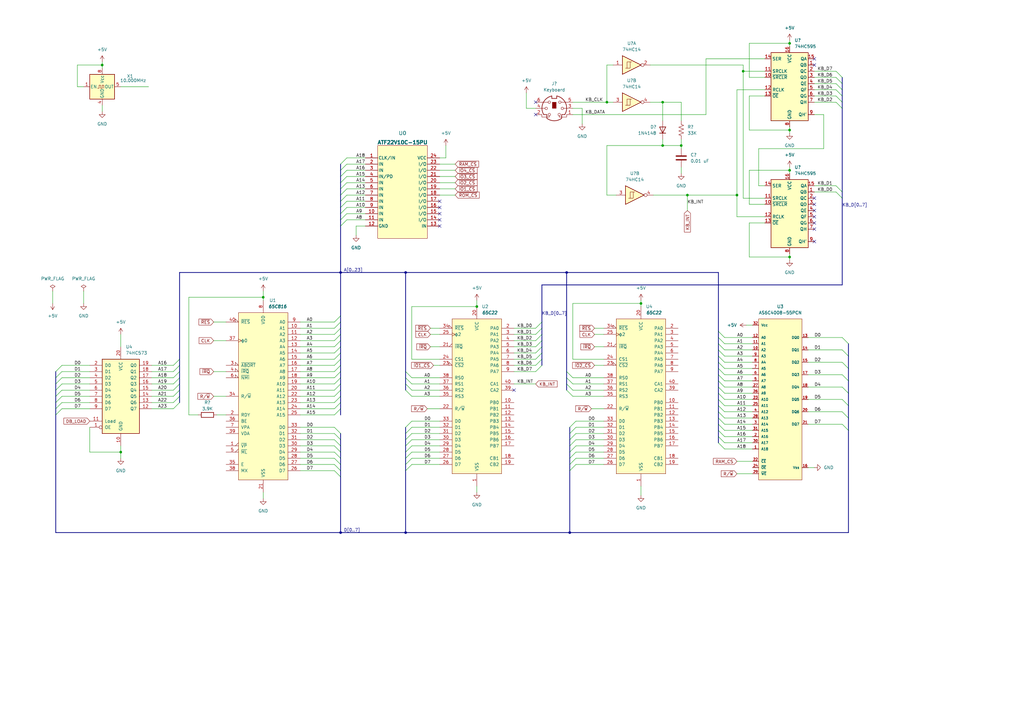
<source format=kicad_sch>
(kicad_sch (version 20211123) (generator eeschema)
  (paper "A3")
  (title_block (title "65816") (date "2022-03-20") (rev "v1") (company "Alexander Hansen"))
  (junction (at 279.4 59.69))
  (junction (at 166.37 218.44))
  (junction (at 41.91 26.67))
  (junction (at 302.26 80.01))
  (junction (at 271.78 59.69))
  (junction (at 233.68 218.44))
  (junction (at 49.53 185.42))
  (junction (at 323.85 17.78))
  (junction (at 323.85 105.41))
  (junction (at 281.94 80.01))
  (junction (at 139.7 218.44))
  (junction (at 271.78 41.91))
  (junction (at 323.85 53.34))
  (junction (at 107.95 121.92))
  (junction (at 304.8 29.21))
  (junction (at 262.89 124.46))
  (junction (at 232.41 111.76))
  (junction (at 166.37 111.76))
  (junction (at 195.58 125.73))
  (junction (at 323.85 69.85))
  (junction (at 139.7 111.76))
  (junction (at 248.92 41.91))
  (no_connect (at 219.71 46.99))
  (no_connect (at 219.71 41.91))
  (no_connect (at 334.01 91.44))
  (no_connect (at 334.01 24.13))
  (no_connect (at 334.01 93.98))
  (no_connect (at 334.01 83.82))
  (no_connect (at 334.01 88.9))
  (no_connect (at 334.01 99.06))
  (no_connect (at 210.82 160.02))
  (no_connect (at 334.01 86.36))
  (no_connect (at 334.01 26.67))
  (no_connect (at 334.01 81.28))
  (no_connect (at 180.34 82.55))
  (no_connect (at 180.34 85.09))
  (no_connect (at 180.34 87.63))
  (no_connect (at 180.34 90.17))
  (no_connect (at 180.34 92.71))
  (bus_entry (at 166.37 157.48) (size 2.54 2.54))
  (bus_entry (at 166.37 160.02) (size 2.54 2.54))
  (bus_entry (at 166.37 152.4) (size 2.54 2.54))
  (bus_entry (at 166.37 154.94) (size 2.54 2.54))
  (bus_entry (at 345.44 138.43) (size 2.54 2.54))
  (bus_entry (at 233.68 185.42) (size 2.54 -2.54))
  (bus_entry (at 294.64 146.05) (size 2.54 2.54))
  (bus_entry (at 22.86 167.64) (size 2.54 -2.54))
  (bus_entry (at 71.12 167.64) (size 2.54 -2.54))
  (bus_entry (at 22.86 160.02) (size 2.54 -2.54))
  (bus_entry (at 22.86 170.18) (size 2.54 -2.54))
  (bus_entry (at 22.86 162.56) (size 2.54 -2.54))
  (bus_entry (at 345.44 173.99) (size 2.54 2.54))
  (bus_entry (at 233.68 187.96) (size 2.54 -2.54))
  (bus_entry (at 71.12 157.48) (size 2.54 -2.54))
  (bus_entry (at 294.64 153.67) (size 2.54 2.54))
  (bus_entry (at 233.68 182.88) (size 2.54 -2.54))
  (bus_entry (at 294.64 163.83) (size 2.54 2.54))
  (bus_entry (at 232.41 160.02) (size 2.54 2.54))
  (bus_entry (at 294.64 151.13) (size 2.54 2.54))
  (bus_entry (at 166.37 180.34) (size 2.54 -2.54))
  (bus_entry (at 166.37 182.88) (size 2.54 -2.54))
  (bus_entry (at 166.37 185.42) (size 2.54 -2.54))
  (bus_entry (at 166.37 187.96) (size 2.54 -2.54))
  (bus_entry (at 166.37 193.04) (size 2.54 -2.54))
  (bus_entry (at 166.37 190.5) (size 2.54 -2.54))
  (bus_entry (at 345.44 158.75) (size 2.54 2.54))
  (bus_entry (at 294.64 168.91) (size 2.54 2.54))
  (bus_entry (at 233.68 175.26) (size 2.54 -2.54))
  (bus_entry (at 232.41 152.4) (size 2.54 2.54))
  (bus_entry (at 294.64 181.61) (size 2.54 2.54))
  (bus_entry (at 345.44 143.51) (size 2.54 2.54))
  (bus_entry (at 71.12 154.94) (size 2.54 -2.54))
  (bus_entry (at 233.68 193.04) (size 2.54 -2.54))
  (bus_entry (at 294.64 158.75) (size 2.54 2.54))
  (bus_entry (at 233.68 190.5) (size 2.54 -2.54))
  (bus_entry (at 137.16 170.18) (size 2.54 -2.54))
  (bus_entry (at 137.16 154.94) (size 2.54 -2.54))
  (bus_entry (at 137.16 152.4) (size 2.54 -2.54))
  (bus_entry (at 137.16 167.64) (size 2.54 -2.54))
  (bus_entry (at 137.16 165.1) (size 2.54 -2.54))
  (bus_entry (at 137.16 162.56) (size 2.54 -2.54))
  (bus_entry (at 137.16 160.02) (size 2.54 -2.54))
  (bus_entry (at 137.16 157.48) (size 2.54 -2.54))
  (bus_entry (at 137.16 134.62) (size 2.54 -2.54))
  (bus_entry (at 137.16 132.08) (size 2.54 -2.54))
  (bus_entry (at 137.16 149.86) (size 2.54 -2.54))
  (bus_entry (at 137.16 147.32) (size 2.54 -2.54))
  (bus_entry (at 137.16 144.78) (size 2.54 -2.54))
  (bus_entry (at 137.16 142.24) (size 2.54 -2.54))
  (bus_entry (at 137.16 139.7) (size 2.54 -2.54))
  (bus_entry (at 137.16 137.16) (size 2.54 -2.54))
  (bus_entry (at 294.64 148.59) (size 2.54 2.54))
  (bus_entry (at 294.64 171.45) (size 2.54 2.54))
  (bus_entry (at 219.71 152.4) (size 2.54 -2.54))
  (bus_entry (at 219.71 149.86) (size 2.54 -2.54))
  (bus_entry (at 219.71 147.32) (size 2.54 -2.54))
  (bus_entry (at 219.71 139.7) (size 2.54 -2.54))
  (bus_entry (at 219.71 142.24) (size 2.54 -2.54))
  (bus_entry (at 219.71 144.78) (size 2.54 -2.54))
  (bus_entry (at 219.71 134.62) (size 2.54 -2.54))
  (bus_entry (at 219.71 137.16) (size 2.54 -2.54))
  (bus_entry (at 342.9 78.74) (size 2.54 2.54))
  (bus_entry (at 342.9 76.2) (size 2.54 2.54))
  (bus_entry (at 342.9 39.37) (size 2.54 2.54))
  (bus_entry (at 342.9 34.29) (size 2.54 2.54))
  (bus_entry (at 342.9 36.83) (size 2.54 2.54))
  (bus_entry (at 342.9 41.91) (size 2.54 2.54))
  (bus_entry (at 342.9 29.21) (size 2.54 2.54))
  (bus_entry (at 342.9 31.75) (size 2.54 2.54))
  (bus_entry (at 294.64 166.37) (size 2.54 2.54))
  (bus_entry (at 345.44 168.91) (size 2.54 2.54))
  (bus_entry (at 345.44 148.59) (size 2.54 2.54))
  (bus_entry (at 71.12 160.02) (size 2.54 -2.54))
  (bus_entry (at 294.64 173.99) (size 2.54 2.54))
  (bus_entry (at 345.44 163.83) (size 2.54 2.54))
  (bus_entry (at 294.64 140.97) (size 2.54 2.54))
  (bus_entry (at 345.44 153.67) (size 2.54 2.54))
  (bus_entry (at 294.64 156.21) (size 2.54 2.54))
  (bus_entry (at 22.86 154.94) (size 2.54 -2.54))
  (bus_entry (at 166.37 175.26) (size 2.54 -2.54))
  (bus_entry (at 166.37 177.8) (size 2.54 -2.54))
  (bus_entry (at 22.86 152.4) (size 2.54 -2.54))
  (bus_entry (at 137.16 177.8) (size 2.54 2.54))
  (bus_entry (at 137.16 175.26) (size 2.54 2.54))
  (bus_entry (at 71.12 162.56) (size 2.54 -2.54))
  (bus_entry (at 137.16 180.34) (size 2.54 2.54))
  (bus_entry (at 137.16 182.88) (size 2.54 2.54))
  (bus_entry (at 137.16 193.04) (size 2.54 2.54))
  (bus_entry (at 137.16 185.42) (size 2.54 2.54))
  (bus_entry (at 137.16 187.96) (size 2.54 2.54))
  (bus_entry (at 137.16 190.5) (size 2.54 2.54))
  (bus_entry (at 294.64 143.51) (size 2.54 2.54))
  (bus_entry (at 233.68 177.8) (size 2.54 -2.54))
  (bus_entry (at 139.7 85.09) (size 2.54 -2.54))
  (bus_entry (at 139.7 87.63) (size 2.54 -2.54))
  (bus_entry (at 139.7 90.17) (size 2.54 -2.54))
  (bus_entry (at 139.7 92.71) (size 2.54 -2.54))
  (bus_entry (at 139.7 69.85) (size 2.54 -2.54))
  (bus_entry (at 139.7 72.39) (size 2.54 -2.54))
  (bus_entry (at 139.7 77.47) (size 2.54 -2.54))
  (bus_entry (at 139.7 80.01) (size 2.54 -2.54))
  (bus_entry (at 139.7 82.55) (size 2.54 -2.54))
  (bus_entry (at 139.7 74.93) (size 2.54 -2.54))
  (bus_entry (at 22.86 157.48) (size 2.54 -2.54))
  (bus_entry (at 294.64 179.07) (size 2.54 2.54))
  (bus_entry (at 233.68 180.34) (size 2.54 -2.54))
  (bus_entry (at 232.41 157.48) (size 2.54 2.54))
  (bus_entry (at 71.12 165.1) (size 2.54 -2.54))
  (bus_entry (at 294.64 161.29) (size 2.54 2.54))
  (bus_entry (at 71.12 149.86) (size 2.54 -2.54))
  (bus_entry (at 232.41 154.94) (size 2.54 2.54))
  (bus_entry (at 22.86 165.1) (size 2.54 -2.54))
  (bus_entry (at 71.12 152.4) (size 2.54 -2.54))
  (bus_entry (at 139.7 67.31) (size 2.54 -2.54))
  (bus_entry (at 294.64 138.43) (size 2.54 2.54))
  (bus_entry (at 294.64 135.89) (size 2.54 2.54))
  (bus_entry (at 294.64 176.53) (size 2.54 2.54))
  (wire (pts (xy 248.92 26.67) (xy 248.92 41.91)))
  (wire (pts (xy 234.95 154.94) (xy 247.65 154.94)))
  (bus (pts (xy 139.7 92.71) (xy 139.7 111.76)))
  (wire (pts (xy 87.63 139.7) (xy 92.71 139.7)))
  (wire (pts (xy 271.78 59.69) (xy 248.92 59.69)))
  (bus (pts (xy 139.7 193.04) (xy 139.7 195.58)))
  (bus (pts (xy 139.7 195.58) (xy 139.7 218.44)))
  (bus (pts (xy 139.7 67.31) (xy 139.7 69.85)))
  (bus (pts (xy 294.64 151.13) (xy 294.64 153.67)))
  (wire (pts (xy 123.19 177.8) (xy 137.16 177.8)))
  (wire (pts (xy 49.53 137.16) (xy 49.53 142.24)))
  (bus (pts (xy 232.41 111.76) (xy 294.64 111.76)))
  (wire (pts (xy 234.95 162.56) (xy 247.65 162.56)))
  (wire (pts (xy 289.56 24.13) (xy 313.69 24.13)))
  (wire (pts (xy 234.95 44.45) (xy 238.76 44.45)))
  (bus (pts (xy 166.37 157.48) (xy 166.37 160.02)))
  (wire (pts (xy 62.23 154.94) (xy 71.12 154.94)))
  (wire (pts (xy 248.92 80.01) (xy 252.73 80.01)))
  (bus (pts (xy 347.98 161.29) (xy 347.98 166.37)))
  (bus (pts (xy 139.7 160.02) (xy 139.7 157.48)))
  (bus (pts (xy 22.86 154.94) (xy 22.86 157.48)))
  (wire (pts (xy 279.4 57.15) (xy 279.4 59.69)))
  (wire (pts (xy 238.76 50.8) (xy 238.76 44.45)))
  (wire (pts (xy 297.18 173.99) (xy 308.61 173.99)))
  (bus (pts (xy 139.7 85.09) (xy 139.7 87.63)))
  (wire (pts (xy 266.7 41.91) (xy 271.78 41.91)))
  (wire (pts (xy 146.05 96.52) (xy 146.05 92.71)))
  (wire (pts (xy 266.7 26.67) (xy 304.8 26.67)))
  (bus (pts (xy 233.68 177.8) (xy 233.68 180.34)))
  (bus (pts (xy 22.86 157.48) (xy 22.86 160.02)))
  (wire (pts (xy 34.29 119.38) (xy 34.29 124.46)))
  (wire (pts (xy 331.47 148.59) (xy 345.44 148.59)))
  (wire (pts (xy 323.85 68.58) (xy 323.85 69.85)))
  (bus (pts (xy 232.41 157.48) (xy 232.41 160.02)))
  (wire (pts (xy 307.34 17.78) (xy 323.85 17.78)))
  (bus (pts (xy 232.41 152.4) (xy 232.41 154.94)))
  (bus (pts (xy 139.7 90.17) (xy 139.7 92.71)))
  (wire (pts (xy 234.95 147.32) (xy 234.95 124.46)))
  (wire (pts (xy 123.19 139.7) (xy 137.16 139.7)))
  (bus (pts (xy 347.98 140.97) (xy 347.98 146.05)))
  (wire (pts (xy 262.89 123.19) (xy 262.89 124.46)))
  (wire (pts (xy 123.19 147.32) (xy 137.16 147.32)))
  (bus (pts (xy 139.7 77.47) (xy 139.7 80.01)))
  (wire (pts (xy 107.95 119.38) (xy 107.95 121.92)))
  (wire (pts (xy 123.19 185.42) (xy 137.16 185.42)))
  (bus (pts (xy 233.68 193.04) (xy 233.68 218.44)))
  (bus (pts (xy 345.44 31.75) (xy 345.44 34.29)))
  (wire (pts (xy 123.19 137.16) (xy 137.16 137.16)))
  (bus (pts (xy 347.98 176.53) (xy 347.98 218.44)))
  (wire (pts (xy 25.4 160.02) (xy 36.83 160.02)))
  (wire (pts (xy 307.34 39.37) (xy 307.34 53.34)))
  (wire (pts (xy 25.4 152.4) (xy 36.83 152.4)))
  (wire (pts (xy 168.91 182.88) (xy 180.34 182.88)))
  (wire (pts (xy 87.63 132.08) (xy 92.71 132.08)))
  (wire (pts (xy 297.18 143.51) (xy 308.61 143.51)))
  (bus (pts (xy 22.86 165.1) (xy 22.86 167.64)))
  (bus (pts (xy 22.86 218.44) (xy 139.7 218.44)))
  (wire (pts (xy 31.75 35.56) (xy 31.75 26.67)))
  (wire (pts (xy 123.19 157.48) (xy 137.16 157.48)))
  (wire (pts (xy 297.18 158.75) (xy 308.61 158.75)))
  (bus (pts (xy 233.68 180.34) (xy 233.68 182.88)))
  (wire (pts (xy 297.18 184.15) (xy 308.61 184.15)))
  (bus (pts (xy 139.7 180.34) (xy 139.7 182.88)))
  (wire (pts (xy 123.19 170.18) (xy 137.16 170.18)))
  (wire (pts (xy 243.84 134.62) (xy 247.65 134.62)))
  (bus (pts (xy 222.25 134.62) (xy 222.25 137.16)))
  (bus (pts (xy 222.25 147.32) (xy 222.25 149.86)))
  (wire (pts (xy 297.18 179.07) (xy 308.61 179.07)))
  (wire (pts (xy 168.91 177.8) (xy 180.34 177.8)))
  (wire (pts (xy 49.53 35.56) (xy 60.96 35.56)))
  (wire (pts (xy 243.84 137.16) (xy 247.65 137.16)))
  (wire (pts (xy 123.19 187.96) (xy 137.16 187.96)))
  (wire (pts (xy 236.22 180.34) (xy 247.65 180.34)))
  (bus (pts (xy 347.98 156.21) (xy 347.98 161.29)))
  (wire (pts (xy 62.23 162.56) (xy 71.12 162.56)))
  (wire (pts (xy 168.91 190.5) (xy 180.34 190.5)))
  (bus (pts (xy 139.7 132.08) (xy 139.7 129.54)))
  (wire (pts (xy 297.18 171.45) (xy 308.61 171.45)))
  (wire (pts (xy 236.22 177.8) (xy 247.65 177.8)))
  (wire (pts (xy 176.53 134.62) (xy 180.34 134.62)))
  (wire (pts (xy 234.95 160.02) (xy 247.65 160.02)))
  (bus (pts (xy 347.98 146.05) (xy 347.98 151.13)))
  (wire (pts (xy 175.26 167.64) (xy 180.34 167.64)))
  (wire (pts (xy 210.82 149.86) (xy 219.71 149.86)))
  (wire (pts (xy 297.18 146.05) (xy 308.61 146.05)))
  (wire (pts (xy 311.15 60.96) (xy 311.15 76.2)))
  (wire (pts (xy 62.23 167.64) (xy 71.12 167.64)))
  (wire (pts (xy 168.91 187.96) (xy 180.34 187.96)))
  (wire (pts (xy 168.91 162.56) (xy 180.34 162.56)))
  (bus (pts (xy 139.7 152.4) (xy 139.7 149.86)))
  (wire (pts (xy 307.34 31.75) (xy 307.34 17.78)))
  (wire (pts (xy 168.91 180.34) (xy 180.34 180.34)))
  (wire (pts (xy 236.22 172.72) (xy 247.65 172.72)))
  (wire (pts (xy 297.18 161.29) (xy 308.61 161.29)))
  (wire (pts (xy 307.34 53.34) (xy 323.85 53.34)))
  (bus (pts (xy 22.86 162.56) (xy 22.86 165.1)))
  (bus (pts (xy 139.7 72.39) (xy 139.7 74.93)))
  (bus (pts (xy 139.7 142.24) (xy 139.7 139.7)))
  (bus (pts (xy 345.44 34.29) (xy 345.44 36.83)))
  (wire (pts (xy 248.92 41.91) (xy 251.46 41.91)))
  (wire (pts (xy 25.4 157.48) (xy 36.83 157.48)))
  (bus (pts (xy 345.44 78.74) (xy 345.44 81.28)))
  (bus (pts (xy 294.64 111.76) (xy 294.64 135.89)))
  (wire (pts (xy 123.19 182.88) (xy 137.16 182.88)))
  (wire (pts (xy 279.4 68.58) (xy 279.4 71.12)))
  (wire (pts (xy 323.85 104.14) (xy 323.85 105.41)))
  (wire (pts (xy 271.78 41.91) (xy 271.78 49.53)))
  (bus (pts (xy 166.37 218.44) (xy 233.68 218.44)))
  (wire (pts (xy 323.85 16.51) (xy 323.85 17.78)))
  (wire (pts (xy 297.18 153.67) (xy 308.61 153.67)))
  (bus (pts (xy 166.37 152.4) (xy 166.37 154.94)))
  (bus (pts (xy 233.68 190.5) (xy 233.68 193.04)))
  (wire (pts (xy 168.91 157.48) (xy 180.34 157.48)))
  (bus (pts (xy 139.7 177.8) (xy 139.7 180.34)))
  (bus (pts (xy 222.25 144.78) (xy 222.25 147.32)))
  (bus (pts (xy 222.25 116.84) (xy 345.44 116.84)))
  (bus (pts (xy 222.25 137.16) (xy 222.25 139.7)))
  (wire (pts (xy 142.24 72.39) (xy 149.86 72.39)))
  (wire (pts (xy 25.4 149.86) (xy 36.83 149.86)))
  (wire (pts (xy 219.71 44.45) (xy 215.9 44.45)))
  (bus (pts (xy 139.7 190.5) (xy 139.7 193.04)))
  (wire (pts (xy 62.23 149.86) (xy 71.12 149.86)))
  (bus (pts (xy 166.37 185.42) (xy 166.37 187.96)))
  (wire (pts (xy 107.95 201.93) (xy 107.95 204.47)))
  (wire (pts (xy 142.24 85.09) (xy 149.86 85.09)))
  (bus (pts (xy 139.7 170.18) (xy 139.7 167.64)))
  (wire (pts (xy 331.47 143.51) (xy 345.44 143.51)))
  (wire (pts (xy 234.95 124.46) (xy 262.89 124.46)))
  (bus (pts (xy 73.66 160.02) (xy 73.66 157.48)))
  (bus (pts (xy 294.64 158.75) (xy 294.64 161.29)))
  (wire (pts (xy 331.47 158.75) (xy 345.44 158.75)))
  (wire (pts (xy 323.85 52.07) (xy 323.85 53.34)))
  (bus (pts (xy 139.7 74.93) (xy 139.7 77.47)))
  (wire (pts (xy 34.29 35.56) (xy 31.75 35.56)))
  (bus (pts (xy 139.7 87.63) (xy 139.7 90.17)))
  (bus (pts (xy 233.68 185.42) (xy 233.68 187.96)))
  (bus (pts (xy 233.68 175.26) (xy 233.68 177.8)))
  (wire (pts (xy 331.47 153.67) (xy 345.44 153.67)))
  (wire (pts (xy 236.22 187.96) (xy 247.65 187.96)))
  (wire (pts (xy 123.19 144.78) (xy 137.16 144.78)))
  (bus (pts (xy 73.66 162.56) (xy 73.66 160.02)))
  (bus (pts (xy 139.7 185.42) (xy 139.7 187.96)))
  (bus (pts (xy 345.44 39.37) (xy 345.44 41.91)))
  (bus (pts (xy 139.7 157.48) (xy 139.7 154.94)))
  (wire (pts (xy 41.91 25.4) (xy 41.91 26.67)))
  (wire (pts (xy 302.26 189.23) (xy 308.61 189.23)))
  (wire (pts (xy 307.34 105.41) (xy 323.85 105.41)))
  (wire (pts (xy 168.91 172.72) (xy 180.34 172.72)))
  (wire (pts (xy 297.18 140.97) (xy 308.61 140.97)))
  (bus (pts (xy 73.66 165.1) (xy 73.66 162.56)))
  (bus (pts (xy 166.37 187.96) (xy 166.37 190.5)))
  (bus (pts (xy 73.66 157.48) (xy 73.66 154.94)))
  (wire (pts (xy 297.18 176.53) (xy 308.61 176.53)))
  (wire (pts (xy 123.19 190.5) (xy 137.16 190.5)))
  (wire (pts (xy 304.8 29.21) (xy 304.8 81.28)))
  (bus (pts (xy 22.86 160.02) (xy 22.86 162.56)))
  (wire (pts (xy 62.23 165.1) (xy 71.12 165.1)))
  (bus (pts (xy 22.86 152.4) (xy 22.86 154.94)))
  (wire (pts (xy 41.91 26.67) (xy 41.91 27.94)))
  (wire (pts (xy 25.4 154.94) (xy 36.83 154.94)))
  (bus (pts (xy 139.7 167.64) (xy 139.7 165.1)))
  (wire (pts (xy 323.85 17.78) (xy 323.85 19.05)))
  (wire (pts (xy 337.82 46.99) (xy 337.82 60.96)))
  (wire (pts (xy 331.47 138.43) (xy 345.44 138.43)))
  (bus (pts (xy 347.98 166.37) (xy 347.98 171.45)))
  (wire (pts (xy 311.15 76.2) (xy 313.69 76.2)))
  (wire (pts (xy 302.26 80.01) (xy 302.26 88.9)))
  (bus (pts (xy 233.68 182.88) (xy 233.68 185.42)))
  (wire (pts (xy 304.8 29.21) (xy 313.69 29.21)))
  (wire (pts (xy 142.24 67.31) (xy 149.86 67.31)))
  (bus (pts (xy 139.7 165.1) (xy 139.7 162.56)))
  (bus (pts (xy 294.64 140.97) (xy 294.64 143.51)))
  (wire (pts (xy 31.75 26.67) (xy 41.91 26.67)))
  (bus (pts (xy 73.66 111.76) (xy 73.66 147.32)))
  (wire (pts (xy 234.95 41.91) (xy 248.92 41.91)))
  (wire (pts (xy 331.47 163.83) (xy 345.44 163.83)))
  (bus (pts (xy 232.41 111.76) (xy 232.41 152.4)))
  (wire (pts (xy 281.94 80.01) (xy 281.94 86.36)))
  (bus (pts (xy 73.66 154.94) (xy 73.66 152.4)))
  (bus (pts (xy 294.64 176.53) (xy 294.64 179.07)))
  (wire (pts (xy 210.82 139.7) (xy 219.71 139.7)))
  (wire (pts (xy 142.24 77.47) (xy 149.86 77.47)))
  (wire (pts (xy 297.18 181.61) (xy 308.61 181.61)))
  (wire (pts (xy 323.85 53.34) (xy 323.85 54.61)))
  (wire (pts (xy 331.47 173.99) (xy 345.44 173.99)))
  (bus (pts (xy 139.7 154.94) (xy 139.7 152.4)))
  (bus (pts (xy 166.37 111.76) (xy 232.41 111.76)))
  (wire (pts (xy 297.18 163.83) (xy 308.61 163.83)))
  (wire (pts (xy 177.8 149.86) (xy 180.34 149.86)))
  (bus (pts (xy 139.7 80.01) (xy 139.7 82.55)))
  (bus (pts (xy 345.44 41.91) (xy 345.44 44.45)))
  (wire (pts (xy 146.05 92.71) (xy 149.86 92.71)))
  (wire (pts (xy 271.78 57.15) (xy 271.78 59.69)))
  (wire (pts (xy 279.4 59.69) (xy 279.4 60.96)))
  (wire (pts (xy 334.01 29.21) (xy 342.9 29.21)))
  (bus (pts (xy 345.44 44.45) (xy 345.44 78.74)))
  (wire (pts (xy 279.4 41.91) (xy 279.4 49.53)))
  (wire (pts (xy 302.26 80.01) (xy 302.26 36.83)))
  (wire (pts (xy 123.19 149.86) (xy 137.16 149.86)))
  (wire (pts (xy 242.57 167.64) (xy 247.65 167.64)))
  (wire (pts (xy 334.01 41.91) (xy 342.9 41.91)))
  (wire (pts (xy 62.23 157.48) (xy 71.12 157.48)))
  (wire (pts (xy 210.82 157.48) (xy 219.71 157.48)))
  (wire (pts (xy 168.91 154.94) (xy 180.34 154.94)))
  (bus (pts (xy 294.64 148.59) (xy 294.64 151.13)))
  (bus (pts (xy 294.64 168.91) (xy 294.64 171.45)))
  (wire (pts (xy 142.24 69.85) (xy 149.86 69.85)))
  (bus (pts (xy 294.64 161.29) (xy 294.64 163.83)))
  (bus (pts (xy 294.64 173.99) (xy 294.64 176.53)))
  (wire (pts (xy 297.18 151.13) (xy 308.61 151.13)))
  (wire (pts (xy 142.24 64.77) (xy 149.86 64.77)))
  (bus (pts (xy 139.7 187.96) (xy 139.7 190.5)))
  (wire (pts (xy 77.47 170.18) (xy 77.47 121.92)))
  (wire (pts (xy 123.19 175.26) (xy 137.16 175.26)))
  (wire (pts (xy 25.4 165.1) (xy 36.83 165.1)))
  (wire (pts (xy 279.4 59.69) (xy 271.78 59.69)))
  (bus (pts (xy 139.7 82.55) (xy 139.7 85.09)))
  (wire (pts (xy 142.24 90.17) (xy 149.86 90.17)))
  (wire (pts (xy 334.01 31.75) (xy 342.9 31.75)))
  (wire (pts (xy 323.85 69.85) (xy 323.85 71.12)))
  (wire (pts (xy 180.34 67.31) (xy 186.69 67.31)))
  (bus (pts (xy 166.37 111.76) (xy 166.37 152.4)))
  (wire (pts (xy 180.34 64.77) (xy 182.88 64.77)))
  (bus (pts (xy 139.7 139.7) (xy 139.7 137.16)))
  (wire (pts (xy 25.4 162.56) (xy 36.83 162.56)))
  (bus (pts (xy 139.7 111.76) (xy 166.37 111.76)))
  (wire (pts (xy 176.53 142.24) (xy 180.34 142.24)))
  (wire (pts (xy 180.34 69.85) (xy 186.69 69.85)))
  (wire (pts (xy 307.34 83.82) (xy 307.34 69.85)))
  (bus (pts (xy 233.68 218.44) (xy 347.98 218.44)))
  (wire (pts (xy 123.19 165.1) (xy 137.16 165.1)))
  (wire (pts (xy 168.91 185.42) (xy 180.34 185.42)))
  (wire (pts (xy 62.23 160.02) (xy 71.12 160.02)))
  (wire (pts (xy 168.91 175.26) (xy 180.34 175.26)))
  (wire (pts (xy 297.18 168.91) (xy 308.61 168.91)))
  (bus (pts (xy 139.7 137.16) (xy 139.7 134.62)))
  (wire (pts (xy 77.47 121.92) (xy 107.95 121.92)))
  (bus (pts (xy 166.37 175.26) (xy 166.37 177.8)))
  (wire (pts (xy 180.34 72.39) (xy 186.69 72.39)))
  (wire (pts (xy 313.69 39.37) (xy 307.34 39.37)))
  (wire (pts (xy 313.69 31.75) (xy 307.34 31.75)))
  (wire (pts (xy 210.82 152.4) (xy 219.71 152.4)))
  (bus (pts (xy 73.66 149.86) (xy 73.66 147.32)))
  (wire (pts (xy 41.91 43.18) (xy 41.91 45.72)))
  (wire (pts (xy 304.8 81.28) (xy 313.69 81.28)))
  (wire (pts (xy 123.19 154.94) (xy 137.16 154.94)))
  (wire (pts (xy 180.34 77.47) (xy 186.69 77.47)))
  (wire (pts (xy 107.95 121.92) (xy 107.95 123.19)))
  (bus (pts (xy 139.7 182.88) (xy 139.7 185.42)))
  (wire (pts (xy 180.34 80.01) (xy 186.69 80.01)))
  (bus (pts (xy 233.68 187.96) (xy 233.68 190.5)))
  (bus (pts (xy 166.37 190.5) (xy 166.37 193.04)))
  (wire (pts (xy 123.19 180.34) (xy 137.16 180.34)))
  (wire (pts (xy 302.26 36.83) (xy 313.69 36.83)))
  (wire (pts (xy 87.63 152.4) (xy 92.71 152.4)))
  (wire (pts (xy 302.26 88.9) (xy 313.69 88.9)))
  (bus (pts (xy 139.7 69.85) (xy 139.7 72.39)))
  (wire (pts (xy 210.82 134.62) (xy 219.71 134.62)))
  (wire (pts (xy 123.19 132.08) (xy 137.16 132.08)))
  (wire (pts (xy 262.89 199.39) (xy 262.89 203.2)))
  (wire (pts (xy 210.82 147.32) (xy 219.71 147.32)))
  (wire (pts (xy 307.34 69.85) (xy 323.85 69.85)))
  (bus (pts (xy 139.7 129.54) (xy 139.7 111.76)))
  (wire (pts (xy 168.91 147.32) (xy 180.34 147.32)))
  (bus (pts (xy 222.25 132.08) (xy 222.25 134.62)))
  (wire (pts (xy 36.83 175.26) (xy 36.83 185.42)))
  (bus (pts (xy 139.7 162.56) (xy 139.7 160.02)))
  (bus (pts (xy 166.37 182.88) (xy 166.37 185.42)))
  (bus (pts (xy 139.7 134.62) (xy 139.7 132.08)))
  (wire (pts (xy 210.82 137.16) (xy 219.71 137.16)))
  (wire (pts (xy 267.97 80.01) (xy 281.94 80.01)))
  (wire (pts (xy 123.19 134.62) (xy 137.16 134.62)))
  (bus (pts (xy 139.7 218.44) (xy 166.37 218.44)))
  (wire (pts (xy 123.19 162.56) (xy 137.16 162.56)))
  (wire (pts (xy 180.34 74.93) (xy 186.69 74.93)))
  (wire (pts (xy 81.28 170.18) (xy 77.47 170.18)))
  (wire (pts (xy 168.91 147.32) (xy 168.91 125.73)))
  (wire (pts (xy 243.84 149.86) (xy 247.65 149.86)))
  (wire (pts (xy 142.24 74.93) (xy 149.86 74.93)))
  (wire (pts (xy 142.24 80.01) (xy 149.86 80.01)))
  (bus (pts (xy 232.41 154.94) (xy 232.41 157.48)))
  (wire (pts (xy 176.53 137.16) (xy 180.34 137.16)))
  (wire (pts (xy 334.01 39.37) (xy 342.9 39.37)))
  (wire (pts (xy 123.19 152.4) (xy 137.16 152.4)))
  (wire (pts (xy 168.91 125.73) (xy 195.58 125.73)))
  (bus (pts (xy 345.44 36.83) (xy 345.44 39.37)))
  (bus (pts (xy 222.25 116.84) (xy 222.25 132.08)))
  (wire (pts (xy 236.22 175.26) (xy 247.65 175.26)))
  (bus (pts (xy 294.64 156.21) (xy 294.64 158.75)))
  (wire (pts (xy 251.46 26.67) (xy 248.92 26.67)))
  (wire (pts (xy 302.26 194.31) (xy 308.61 194.31)))
  (wire (pts (xy 87.63 162.56) (xy 92.71 162.56)))
  (bus (pts (xy 294.64 146.05) (xy 294.64 148.59)))
  (wire (pts (xy 297.18 148.59) (xy 308.61 148.59)))
  (bus (pts (xy 294.64 163.83) (xy 294.64 166.37)))
  (bus (pts (xy 347.98 151.13) (xy 347.98 156.21)))
  (wire (pts (xy 334.01 34.29) (xy 342.9 34.29)))
  (wire (pts (xy 88.9 170.18) (xy 92.71 170.18)))
  (bus (pts (xy 166.37 193.04) (xy 166.37 218.44)))
  (wire (pts (xy 247.65 147.32) (xy 234.95 147.32)))
  (wire (pts (xy 236.22 190.5) (xy 247.65 190.5)))
  (wire (pts (xy 236.22 185.42) (xy 247.65 185.42)))
  (bus (pts (xy 139.7 147.32) (xy 139.7 144.78)))
  (bus (pts (xy 294.64 153.67) (xy 294.64 156.21)))
  (bus (pts (xy 22.86 167.64) (xy 22.86 170.18)))
  (wire (pts (xy 243.84 142.24) (xy 247.65 142.24)))
  (bus (pts (xy 294.64 166.37) (xy 294.64 168.91)))
  (wire (pts (xy 331.47 168.91) (xy 345.44 168.91)))
  (bus (pts (xy 166.37 180.34) (xy 166.37 182.88)))
  (wire (pts (xy 210.82 144.78) (xy 219.71 144.78)))
  (wire (pts (xy 289.56 46.99) (xy 289.56 24.13)))
  (wire (pts (xy 334.01 78.74) (xy 342.9 78.74)))
  (wire (pts (xy 334.01 36.83) (xy 342.9 36.83)))
  (wire (pts (xy 248.92 59.69) (xy 248.92 80.01)))
  (bus (pts (xy 73.66 152.4) (xy 73.66 149.86)))
  (wire (pts (xy 123.19 160.02) (xy 137.16 160.02)))
  (wire (pts (xy 36.83 185.42) (xy 49.53 185.42)))
  (wire (pts (xy 123.19 142.24) (xy 137.16 142.24)))
  (bus (pts (xy 73.66 111.76) (xy 139.7 111.76)))
  (wire (pts (xy 123.19 193.04) (xy 137.16 193.04)))
  (wire (pts (xy 313.69 83.82) (xy 307.34 83.82)))
  (wire (pts (xy 21.59 119.38) (xy 21.59 124.46)))
  (wire (pts (xy 323.85 105.41) (xy 323.85 106.68)))
  (wire (pts (xy 49.53 182.88) (xy 49.53 185.42)))
  (wire (pts (xy 195.58 123.19) (xy 195.58 125.73)))
  (wire (pts (xy 142.24 87.63) (xy 149.86 87.63)))
  (bus (pts (xy 139.7 149.86) (xy 139.7 147.32)))
  (wire (pts (xy 142.24 82.55) (xy 149.86 82.55)))
  (wire (pts (xy 281.94 80.01) (xy 302.26 80.01)))
  (bus (pts (xy 345.44 81.28) (xy 345.44 116.84)))
  (wire (pts (xy 49.53 185.42) (xy 49.53 187.96)))
  (bus (pts (xy 166.37 177.8) (xy 166.37 180.34)))
  (wire (pts (xy 236.22 182.88) (xy 247.65 182.88)))
  (wire (pts (xy 313.69 91.44) (xy 307.34 91.44)))
  (wire (pts (xy 210.82 142.24) (xy 219.71 142.24)))
  (wire (pts (xy 334.01 46.99) (xy 337.82 46.99)))
  (wire (pts (xy 271.78 41.91) (xy 279.4 41.91)))
  (bus (pts (xy 347.98 171.45) (xy 347.98 176.53)))
  (wire (pts (xy 62.23 152.4) (xy 71.12 152.4)))
  (wire (pts (xy 304.8 26.67) (xy 304.8 29.21)))
  (wire (pts (xy 234.95 46.99) (xy 289.56 46.99)))
  (bus (pts (xy 294.64 171.45) (xy 294.64 173.99)))
  (wire (pts (xy 331.47 191.77) (xy 334.01 191.77)))
  (bus (pts (xy 294.64 135.89) (xy 294.64 138.43)))
  (bus (pts (xy 222.25 142.24) (xy 222.25 144.78)))
  (wire (pts (xy 195.58 199.39) (xy 195.58 201.93)))
  (wire (pts (xy 215.9 38.1) (xy 215.9 44.45)))
  (bus (pts (xy 294.64 179.07) (xy 294.64 181.61)))
  (bus (pts (xy 294.64 143.51) (xy 294.64 146.05)))
  (bus (pts (xy 166.37 154.94) (xy 166.37 157.48)))
  (wire (pts (xy 123.19 167.64) (xy 137.16 167.64)))
  (bus (pts (xy 22.86 170.18) (xy 22.86 218.44)))
  (wire (pts (xy 307.34 91.44) (xy 307.34 105.41)))
  (bus (pts (xy 294.64 138.43) (xy 294.64 140.97)))
  (wire (pts (xy 297.18 166.37) (xy 308.61 166.37)))
  (wire (pts (xy 297.18 138.43) (xy 308.61 138.43)))
  (wire (pts (xy 306.07 133.35) (xy 308.61 133.35)))
  (wire (pts (xy 168.91 160.02) (xy 180.34 160.02)))
  (wire (pts (xy 334.01 76.2) (xy 342.9 76.2)))
  (wire (pts (xy 25.4 167.64) (xy 36.83 167.64)))
  (bus (pts (xy 139.7 144.78) (xy 139.7 142.24)))
  (wire (pts (xy 262.89 124.46) (xy 262.89 125.73)))
  (wire (pts (xy 182.88 59.69) (xy 182.88 64.77)))
  (wire (pts (xy 297.18 156.21) (xy 308.61 156.21)))
  (wire (pts (xy 234.95 157.48) (xy 247.65 157.48)))
  (wire (pts (xy 337.82 60.96) (xy 311.15 60.96)))
  (bus (pts (xy 222.25 139.7) (xy 222.25 142.24)))
  (label "D5" (at 173.99 185.42 0))
  (label "D2" (at 334.01 148.59 0))
  (label "A0" (at 240.03 154.94 0))
  (label "D2" (at 241.3 177.8 0))
  (label "KB_D[0..7]" (at 345.44 85.09 0))
  (label "A0" (at 302.26 138.43 0))
  (label "KB_D[0..7]" (at 222.25 129.54 0))
  (label "A23" (at 64.77 167.64 0))
  (label "A10" (at 146.05 85.09 0))
  (label "D5" (at 241.3 185.42 0))
  (label "D0" (at 241.3 172.72 0))
  (label "D1" (at 30.48 152.4 0))
  (label "KB_D5" (at 335.28 34.29 0))
  (label "KB_D3" (at 335.28 39.37 0))
  (label "A2" (at 125.73 137.16 0))
  (label "KB_D6" (at 212.09 149.86 0))
  (label "A1" (at 240.03 157.48 0))
  (label "KB_D4" (at 335.28 36.83 0))
  (label "KB_D5" (at 212.09 147.32 0))
  (label "D7" (at 125.73 193.04 0))
  (label "A21" (at 64.77 162.56 0))
  (label "D0" (at 334.01 138.43 0))
  (label "A18" (at 64.77 154.94 0))
  (label "A19" (at 64.77 157.48 0))
  (label "A12" (at 302.26 168.91 0))
  (label "KB_D6" (at 335.28 31.75 0))
  (label "A0" (at 125.73 132.08 0))
  (label "A4" (at 302.26 148.59 0))
  (label "A11" (at 302.26 166.37 0))
  (label "A18" (at 302.26 184.15 0))
  (label "D6" (at 334.01 168.91 0))
  (label "KB_D3" (at 212.09 142.24 0))
  (label "D4" (at 334.01 158.75 0))
  (label "KB_INT" (at 281.94 83.82 0))
  (label "D7" (at 334.01 173.99 0))
  (label "D7" (at 30.48 167.64 0))
  (label "A18" (at 146.05 64.77 0))
  (label "D4" (at 30.48 160.02 0))
  (label "A9" (at 125.73 154.94 0))
  (label "A3" (at 173.99 162.56 0))
  (label "A3" (at 125.73 139.7 0))
  (label "KB_D7" (at 335.28 29.21 0))
  (label "D4" (at 125.73 185.42 0))
  (label "A14" (at 146.05 74.93 0))
  (label "A8" (at 302.26 158.75 0))
  (label "KB_D7" (at 212.09 152.4 0))
  (label "A13" (at 146.05 77.47 0))
  (label "KB_D2" (at 335.28 41.91 0))
  (label "A1" (at 125.73 134.62 0))
  (label "A4" (at 125.73 142.24 0))
  (label "D4" (at 241.3 182.88 0))
  (label "A3" (at 240.03 162.56 0))
  (label "D1" (at 334.01 143.51 0))
  (label "A13" (at 302.26 171.45 0))
  (label "KB_INT" (at 212.09 157.48 0))
  (label "A14" (at 302.26 173.99 0))
  (label "A17" (at 146.05 67.31 0))
  (label "A15" (at 125.73 170.18 0))
  (label "A9" (at 146.05 87.63 0))
  (label "A7" (at 125.73 149.86 0))
  (label "D3" (at 241.3 180.34 0))
  (label "D1" (at 125.73 177.8 0))
  (label "KB_D4" (at 212.0527 144.78 0))
  (label "A8" (at 146.05 90.17 0))
  (label "D7" (at 241.3 190.5 0))
  (label "A12" (at 125.73 162.56 0))
  (label "D[0..7]" (at 140.97 218.44 0))
  (label "A20" (at 64.77 160.02 0))
  (label "A6" (at 125.73 147.32 0))
  (label "A16" (at 64.77 149.86 0))
  (label "D4" (at 173.99 182.88 0))
  (label "A15" (at 146.05 72.39 0))
  (label "A2" (at 173.99 160.02 0))
  (label "KB_D0" (at 335.28 78.74 0))
  (label "D2" (at 125.73 180.34 0))
  (label "D2" (at 30.48 154.94 0))
  (label "A3" (at 302.26 146.05 0))
  (label "KB_D2" (at 212.0527 139.7 0))
  (label "A2" (at 302.26 143.51 0))
  (label "A1" (at 302.26 140.97 0))
  (label "D0" (at 30.48 149.86 0))
  (label "D5" (at 334.01 163.83 0))
  (label "D3" (at 173.99 180.34 0))
  (label "D6" (at 173.99 187.96 0))
  (label "KB_D1" (at 212.0527 137.16 0))
  (label "D5" (at 125.73 187.96 0))
  (label "D2" (at 173.99 177.8 0))
  (label "D7" (at 173.99 190.5 0))
  (label "A2" (at 240.03 160.02 0))
  (label "A5" (at 302.26 151.13 0))
  (label "D0" (at 173.99 172.72 0))
  (label "A7" (at 302.26 156.21 0))
  (label "A9" (at 302.26 161.29 0))
  (label "A16" (at 302.26 179.07 0))
  (label "KB_D1" (at 335.28 76.2 0))
  (label "A17" (at 302.26 181.61 0))
  (label "A5" (at 125.73 144.78 0))
  (label "D1" (at 173.99 175.26 0))
  (label "A11" (at 125.73 160.02 0))
  (label "A22" (at 64.77 165.1 0))
  (label "A0" (at 173.99 154.94 0))
  (label "A8" (at 125.73 152.4 0))
  (label "D3" (at 334.01 153.67 0))
  (label "KB_D0" (at 212.09 134.62 0))
  (label "A17" (at 64.77 152.4 0))
  (label "A12" (at 146.05 80.01 0))
  (label "D0" (at 125.73 175.26 0))
  (label "D3" (at 30.48 157.48 0))
  (label "A16" (at 146.05 69.85 0))
  (label "D5" (at 30.48 162.56 0))
  (label "D6" (at 241.3 187.96 0))
  (label "A11" (at 146.05 82.55 0))
  (label "D6" (at 30.48 165.1 0))
  (label "A1" (at 173.99 157.48 0))
  (label "A10" (at 302.26 163.83 0))
  (label "A10" (at 125.73 157.48 0))
  (label "D6" (at 125.73 190.5 0))
  (label "KB_CLK" (at 240.03 41.91 0))
  (label "A[0..23]" (at 140.97 111.76 0))
  (label "D3" (at 125.73 182.88 0))
  (label "A6" (at 302.26 153.67 0))
  (label "A14" (at 125.73 167.64 0))
  (label "A15" (at 302.26 176.53 0))
  (label "KB_DATA" (at 240.03 46.99 0))
  (label "A13" (at 125.73 165.1 0))
  (label "D1" (at 241.3 175.26 0))
  (global_label "R{slash}~{W}" (shape input) (at 175.26 167.64 180) (property "Intersheet References" "${INTERSHEET_REFS}" (effects hide)))
  (global_label "KB_INT" (shape input) (at 281.94 86.36 270) (property "Intersheet References" "${INTERSHEET_REFS}" (effects hide)))
  (global_label "~{IO2_CS}" (shape input) (at 243.84 149.86 180) (property "Intersheet References" "${INTERSHEET_REFS}" (effects hide)))
  (global_label "~{RES}" (shape input) (at 87.63 132.08 180) (property "Intersheet References" "${INTERSHEET_REFS}" (effects hide)))
  (global_label "~{IRQ}" (shape input) (at 87.63 152.4 180) (property "Intersheet References" "${INTERSHEET_REFS}" (effects hide)))
  (global_label "R{slash}~{W}" (shape input) (at 87.63 162.56 180) (property "Intersheet References" "${INTERSHEET_REFS}" (effects hide)))
  (global_label "~{IO1_CS}" (shape input) (at 186.69 77.47 0) (property "Intersheet References" "${INTERSHEET_REFS}" (effects hide)))
  (global_label "~{IO1_CS}" (shape input) (at 177.8 149.86 180) (property "Intersheet References" "${INTERSHEET_REFS}" (effects hide)))
  (global_label "~{IO2_CS}" (shape input) (at 186.69 74.93 0) (property "Intersheet References" "${INTERSHEET_REFS}" (effects hide)))
  (global_label "~{IO4_CS}" (shape input) (at 186.69 69.85 0) (property "Intersheet References" "${INTERSHEET_REFS}" (effects hide)))
  (global_label "CLK" (shape input) (at 87.63 139.7 180) (property "Intersheet References" "${INTERSHEET_REFS}" (effects hide)))
  (global_label "CLK" (shape input) (at 243.84 137.16 180) (property "Intersheet References" "${INTERSHEET_REFS}" (effects hide)))
  (global_label "~{IO3_CS}" (shape input) (at 186.69 72.39 0) (property "Intersheet References" "${INTERSHEET_REFS}" (effects hide)))
  (global_label "~{IRQ}" (shape input) (at 176.53 142.24 180) (property "Intersheet References" "${INTERSHEET_REFS}" (effects hide)))
  (global_label "CLK" (shape input) (at 176.53 137.16 180) (property "Intersheet References" "${INTERSHEET_REFS}" (effects hide)))
  (global_label "~{RAM_CS}" (shape input) (at 186.69 67.31 0) (property "Intersheet References" "${INTERSHEET_REFS}" (effects hide)))
  (global_label "R{slash}~{W}" (shape input) (at 242.57 167.64 180) (property "Intersheet References" "${INTERSHEET_REFS}" (effects hide)))
  (global_label "~{IRQ}" (shape input) (at 243.84 142.24 180) (property "Intersheet References" "${INTERSHEET_REFS}" (effects hide)))
  (global_label "DB_LOAD" (shape input) (at 36.83 172.72 180) (property "Intersheet References" "${INTERSHEET_REFS}" (effects hide)))
  (global_label "KB_INT" (shape input) (at 219.71 157.48 0) (property "Intersheet References" "${INTERSHEET_REFS}" (effects hide)))
  (global_label "~{ROM_CS}" (shape input) (at 186.69 80.01 0) (property "Intersheet References" "${INTERSHEET_REFS}" (effects hide)))
  (global_label "R{slash}~{W}" (shape input) (at 302.26 194.31 180) (property "Intersheet References" "${INTERSHEET_REFS}" (effects hide)))
  (global_label "~{RES}" (shape input) (at 176.53 134.62 180) (property "Intersheet References" "${INTERSHEET_REFS}" (effects hide)))
  (global_label "RAM_CS" (shape input) (at 302.26 189.23 180) (property "Intersheet References" "${INTERSHEET_REFS}" (effects hide)))
  (global_label "~{RES}" (shape input) (at 243.84 134.62 180) (property "Intersheet References" "${INTERSHEET_REFS}" (effects hide)))
  (symbol (lib_id "65xx:W65C22NxP") (at 195.58 162.56 0) (unit 1)
    (property "Reference" "U2" (at 197.5994 125.73 0) (effects (justify left)))
    (property "Value" "65C22" (at 197.5994 128.27 0) (effects (font bold italic) (justify left)))
    (property "Datasheet" "http://www.westerndesigncenter.com/wdc/documentation/w65c22.pdf" (effects hide))
  )
  (symbol (lib_id "power:+5V") (at 21.59 124.46 180) (unit 1)
    (property "Reference" "#PWR0120" (effects hide))
    (property "Value" "+5V" (at 21.59 129.54 0))
  )
  (symbol (lib_id "power:GND") (at 146.05 96.52 0) (unit 1)
    (property "Reference" "#PWR0117" (effects hide))
    (property "Value" "GND" (at 146.05 101.6 0))
  )
  (symbol (lib_id "65xx:W65C22NxP") (at 262.89 162.56 0) (unit 1)
    (property "Reference" "U4" (at 264.9094 125.73 0) (effects (justify left)))
    (property "Value" "65C22" (at 264.9094 128.27 0) (effects (font bold italic) (justify left)))
    (property "Datasheet" "http://www.westerndesigncenter.com/wdc/documentation/w65c22.pdf" (effects hide))
  )
  (symbol (lib_id "74xx:74HC595") (at 323.85 34.29 0) (unit 1)
    (property "Reference" "U?" (at 325.8694 16.51 0) (effects (justify left)))
    (property "Value" "74HC595" (at 325.8694 19.05 0) (effects (justify left)))
    (property "Datasheet" "http://www.ti.com/lit/ds/symlink/sn74hc595.pdf" (effects hide))
  )
  (symbol (lib_id "power:GND") (at 262.89 203.2 0) (unit 1)
    (property "Reference" "#PWR?" (effects hide))
    (property "Value" "GND" (at 262.89 208.28 0))
  )
  (symbol (lib_id "power:+5V") (at 306.07 133.35 90) (unit 1)
    (property "Reference" "#PWR0119" (effects hide))
    (property "Value" "+5V" (at 302.26 133.3499 90) (effects (justify left)))
  )
  (symbol (lib_id "power:PWR_FLAG") (at 21.59 119.38 0) (unit 1)
    (property "Reference" "#FLG0101" (effects hide))
    (property "Value" "PWR_FLAG" (at 21.59 114.3 0))
  )
  (symbol (lib_id "power:+5V") (at 182.88 59.69 0) (unit 1)
    (property "Reference" "#PWR0109" (effects hide))
    (property "Value" "+5V" (at 182.88 54.61 0))
  )
  (symbol (lib_id "74xx:74LS573") (at 49.53 162.56 0) (unit 1)
    (property "Reference" "U4" (at 51.5494 142.24 0) (effects (justify left)))
    (property "Value" "74HC573" (at 51.5494 144.78 0) (effects (justify left)))
    (property "Datasheet" "74xx/74hc573.pdf" (effects hide))
  )
  (symbol (lib_id "74xx:74HC14") (at 259.08 41.91 0) (unit 2)
    (property "Reference" "U?" (at 259.08 33.02 0))
    (property "Value" "74HC14" (at 259.08 35.56 0))
    (property "Datasheet" "http://www.ti.com/lit/gpn/sn74HC14" (effects hide))
  )
  (symbol (lib_id "power:+5V") (at 323.85 16.51 0) (unit 1)
    (property "Reference" "#PWR0112" (effects hide))
    (property "Value" "+5V" (at 323.85 11.43 0))
  )
  (symbol (lib_id "Connector:Mini-DIN-6") (at 227.33 44.45 0) (unit 1)
    (property "Reference" "J?" (at 227.3477 34.29 0))
    (property "Value" "Keyboard" (at 227.3477 36.83 0))
    (property "Datasheet" "http://service.powerdynamics.com/ec/Catalog17/Section%2011.pdf" (effects hide))
  )
  (symbol (lib_id "74xx:74HC595") (at 323.85 86.36 0) (unit 1)
    (property "Reference" "U?" (at 325.8694 68.58 0) (effects (justify left)))
    (property "Value" "74HC595" (at 325.8694 71.12 0) (effects (justify left)))
    (property "Datasheet" "http://www.ti.com/lit/ds/symlink/sn74hc595.pdf" (effects hide))
  )
  (symbol (lib_id "Device:R_US") (at 279.4 53.34 0) (unit 1)
    (property "Reference" "R?" (at 281.94 52.0699 0) (effects (justify left)))
    (property "Value" "33K" (at 281.94 54.6099 0) (effects (justify left)))
  )
  (symbol (lib_id "74xx:74HC14") (at 259.08 26.67 0) (unit 1)
    (property "Reference" "U?" (at 259.08 17.78 0))
    (property "Value" "74HC14" (at 259.08 20.32 0))
    (property "Datasheet" "http://www.ti.com/lit/gpn/sn74HC14" (effects hide))
  )
  (symbol (lib_id "power:+5V") (at 195.58 123.19 0) (unit 1)
    (property "Reference" "#PWR0104" (effects hide))
    (property "Value" "+5V" (at 195.58 118.11 0))
  )
  (symbol (lib_id "power:+5V") (at 49.53 137.16 0) (unit 1)
    (property "Reference" "#PWR0108" (effects hide))
    (property "Value" "+5V" (at 49.53 132.08 0))
  )
  (symbol (lib_id "power:+5V") (at 107.95 119.38 0) (unit 1)
    (property "Reference" "#PWR0103" (effects hide))
    (property "Value" "+5V" (at 107.95 114.3 0))
  )
  (symbol (lib_id "power:GND") (at 238.76 50.8 0) (unit 1)
    (property "Reference" "#PWR0110" (effects hide))
    (property "Value" "GND" (at 238.76 55.88 0))
  )
  (symbol (lib_id "Device:R") (at 85.09 170.18 90) (unit 1)
    (property "Reference" "R?" (at 85.09 165.1 90))
    (property "Value" "3.9K" (at 85.09 167.64 90))
  )
  (symbol (lib_id "65xx:W65C816SxP") (at 107.95 162.56 0) (unit 1)
    (property "Reference" "U1" (at 110.49 123.19 0) (effects (justify left)))
    (property "Value" "65C816" (at 109.9694 125.73 0) (effects (font bold italic) (justify left)))
    (property "Datasheet" "http://www.westerndesigncenter.com/wdc/documentation/w65c816s.pdf" (effects hide))
  )
  (symbol (lib_id "power:GND") (at 334.01 191.77 90) (unit 1)
    (property "Reference" "#PWR0118" (effects hide))
    (property "Value" "GND" (at 337.82 191.7699 90) (effects (justify right)))
  )
  (symbol (lib_id "power:+5V") (at 41.91 25.4 0) (unit 1)
    (property "Reference" "#PWR0106" (effects hide))
    (property "Value" "+5V" (at 41.91 20.32 0))
  )
  (symbol (lib_id "power:GND") (at 279.4 71.12 0) (unit 1)
    (property "Reference" "#PWR0116" (effects hide))
    (property "Value" "GND" (at 279.4 76.2 0))
  )
  (symbol (lib_id "power:GND") (at 323.85 54.61 0) (unit 1)
    (property "Reference" "#PWR0115" (effects hide))
    (property "Value" "GND" (at 323.85 59.69 0))
  )
  (symbol (lib_id "power:GND") (at 195.58 201.93 0) (unit 1)
    (property "Reference" "#PWR0102" (effects hide))
    (property "Value" "GND" (at 195.58 207.01 0))
  )
  (symbol (lib_id "power:+5V") (at 262.89 123.19 0) (unit 1)
    (property "Reference" "#PWR?" (effects hide))
    (property "Value" "+5V" (at 262.89 118.11 0))
  )
  (symbol (lib_id "power:GND") (at 323.85 106.68 0) (unit 1)
    (property "Reference" "#PWR0113" (effects hide))
    (property "Value" "GND" (at 323.85 111.76 0))
  )
  (symbol (lib_id "Diode:1N4148") (at 271.78 53.34 270) (mirror x) (unit 1)
    (property "Reference" "D?" (at 266.7 52.07 90) (effects (justify left)))
    (property "Value" "1N4148" (at 261.62 54.61 90) (effects (justify left)))
    (property "Footprint" "Diode_THT:D_DO-35_SOD27_P7.62mm_Horizontal" (effects hide))
    (property "Datasheet" "https://assets.nexperia.com/documents/data-sheet/1N4148_1N4448.pdf" (effects hide))
  )
  (symbol (lib_id "74xx:74HC14") (at 260.35 80.01 0) (unit 2)
    (property "Reference" "U?" (at 260.35 71.12 0))
    (property "Value" "74HC14" (at 260.35 73.66 0))
    (property "Datasheet" "http://www.ti.com/lit/gpn/sn74HC14" (effects hide))
  )
  (symbol (lib_id "power:PWR_FLAG") (at 34.29 119.38 0) (unit 1)
    (property "Reference" "#FLG0102" (effects hide))
    (property "Value" "PWR_FLAG" (at 34.29 114.3 0))
  )
  (symbol (lib_id "Device:C") (at 279.4 64.77 0) (unit 1)
    (property "Reference" "C?" (at 283.21 63.4999 0) (effects (justify left)))
    (property "Value" "0.01 uF" (at 283.21 66.0399 0) (effects (justify left)))
  )
  (symbol (lib_id "Oscillator:CXO_DIP8") (at 41.91 35.56 0) (unit 1)
    (property "Reference" "X1" (at 53.34 31.2293 0))
    (property "Value" "10.000MHz" (at 54.61 33.02 0))
    (property "Footprint" "Oscillator:Oscillator_DIP-8" (effects hide))
    (property "Datasheet" "http://cdn-reichelt.de/documents/datenblatt/B400/OSZI.pdf" (effects hide))
  )
  (symbol (lib_id "power:GND") (at 49.53 187.96 0) (unit 1)
    (property "Reference" "#PWR0107" (effects hide))
    (property "Value" "GND" (at 49.53 193.04 0))
  )
  (symbol (lib_id "power:+5V") (at 215.9 38.1 0) (unit 1)
    (property "Reference" "#PWR0111" (effects hide))
    (property "Value" "+5V" (at 215.9 33.02 0))
  )
  (symbol (lib_id "power:+5V") (at 323.85 68.58 0) (unit 1)
    (property "Reference" "#PWR0114" (effects hide))
    (property "Value" "+5V" (at 323.85 63.5 0))
  )
  (symbol (lib_id "power:GND") (at 41.91 45.72 0) (unit 1)
    (property "Reference" "#PWR0105" (effects hide))
    (property "Value" "GND" (at 41.91 50.8508 0))
  )
  (symbol (lib_id "power:GND") (at 34.29 124.46 0) (unit 1)
    (property "Reference" "#PWR0121" (effects hide))
    (property "Value" "GND" (at 34.29 129.54 0))
  )
  (symbol (lib_id "eec:AS6C4008-55PCN") (at 306.07 133.35 0) (unit 1)
    (property "Reference" "U3" (at 320.04 125.73 0))
    (property "Value" "AS6C4008-55PCN" (at 320.04 128.27 0))
    (property "Footprint" "Alliance_Memory-AS6C4008-55PCN-0-0-*" (effects hide))
    (property "Datasheet" "https://www.alliancememory.com/wp-content/uploads/pdf/AS6C4008.pdf" (effects hide))
    (property "access time" "55ns" (effects hide))
    (property "ambient temperature range high" "+70°C" (effects hide))
    (property "ambient temperature range low" "0°C" (effects hide))
    (property "category" "IC" (effects hide))
    (property "device class L1" "Integrated Circuits (ICs)" (effects hide))
    (property "device class L2" "Memory" (effects hide))
    (property "device class L3" "RAM" (effects hide))
    (property "digikey description" "IC SRAM 4M PARALLEL 32DIP" (effects hide))
    (property "digikey part number" "1450-1027-ND" (effects hide))
    (property "footprint url" "https://www.alliancememory.com/wp-content/uploads/pdf/4Mpackages.pdf" (effects hide))
    (property "height" "5.588mm" (effects hide))
    (property "interface" "Parallel" (effects hide))
    (property "ipc land pattern name" "DIP1543W46P254L4216H559Q32" (effects hide))
    (property "lead free" "yes" (effects hide))
    (property "library id" "32e16a2047e50d2b" (effects hide))
    (property "manufacturer" "Alliance Memory" (effects hide))
    (property "max supply voltage" "5.5V" (effects hide))
    (property "memory size" "4MB" (effects hide))
    (property "memory type" "SRAM,CMOS" (effects hide))
    (property "min supply voltage" "2.7V" (effects hide))
    (property "mouser description" "SRAM 4M, 2.7-5.5V, 55ns 512K x 8 Asynch SRAM" (effects hide))
    (property "mouser part number" "913-AS6C4008-55PCN" (effects hide))
    (property "nominal supply current" "30mA" (effects hide))
    (property "package" "PDIP32" (effects hide))
    (property "rohs" "yes" (effects hide))
    (property "standoff height" "0.381mm" (effects hide))
    (property "temperature range high" "+70°C" (effects hide))
    (property "temperature range low" "0°C" (effects hide))
  )
  (symbol (lib_id "2022-03-21_20-19-29:ATF22V10C-15PU") (at 147.32 64.77 0) (unit 1)
    (property "Reference" "U0" (at 165.1 54.61 0) (effects (font (size 1.524 1.524))))
    (property "Value" "ATF22V10C-15PU" (at 165.1 58.42 0) (effects (font (size 1.524 1.524) bold)))
    (property "Footprint" "24P3_ATM" (effects hide))
  )
  (symbol (lib_id "power:GND") (at 107.95 204.47 0) (unit 1)
    (property "Reference" "#PWR0101" (effects hide))
    (property "Value" "GND" (at 107.95 209.55 0))
  )
)
</source>
